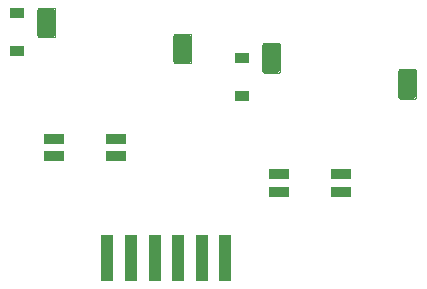
<source format=gbp>
G04 EAGLE Gerber RS-274X export*
G75*
%MOMM*%
%FSLAX34Y34*%
%LPD*%
%INSolderpaste Bottom*%
%IPPOS*%
%AMOC8*
5,1,8,0,0,1.08239X$1,22.5*%
G01*
G04 Define Apertures*
%ADD10R,1.220000X0.910000*%
%ADD11R,1.800000X0.820000*%
%ADD12C,0.120000*%
%ADD13R,1.000000X4.000000*%
G36*
X-120250Y69500D02*
X-120250Y48500D01*
X-122250Y46500D01*
X-133400Y46500D01*
X-135400Y48500D01*
X-135400Y69500D01*
X-133400Y71500D01*
X-122250Y71500D01*
X-120250Y69500D01*
G37*
G36*
X-5100Y47500D02*
X-5100Y26500D01*
X-7100Y24500D01*
X-18250Y24500D01*
X-20250Y26500D01*
X-20250Y47500D01*
X-18250Y49500D01*
X-7100Y49500D01*
X-5100Y47500D01*
G37*
G36*
X70250Y39500D02*
X70250Y18500D01*
X68250Y16500D01*
X57100Y16500D01*
X55100Y18500D01*
X55100Y39500D01*
X57100Y41500D01*
X68250Y41500D01*
X70250Y39500D01*
G37*
G36*
X185400Y17500D02*
X185400Y-3500D01*
X183400Y-5500D01*
X172250Y-5500D01*
X170250Y-3500D01*
X170250Y17500D01*
X172250Y19500D01*
X183400Y19500D01*
X185400Y17500D01*
G37*
D10*
X-152400Y34450D03*
X-152400Y67150D03*
X38100Y-3650D03*
X38100Y29050D03*
D11*
X-121250Y-54500D03*
X-121250Y-39500D03*
X-69250Y-39500D03*
X-69250Y-54500D03*
X69250Y-84500D03*
X69250Y-69500D03*
X121250Y-69500D03*
X121250Y-84500D03*
D12*
X-5100Y26500D02*
X-5100Y47500D01*
X-7100Y49500D02*
X-18250Y49500D01*
X-18250Y24500D02*
X-7100Y24500D01*
X-20250Y26500D02*
X-20250Y47500D01*
X-120250Y48500D02*
X-120250Y69500D01*
X-122250Y46500D02*
X-133400Y46500D01*
X-133400Y71500D02*
X-122250Y71500D01*
X-135400Y69500D02*
X-135400Y48500D01*
X-7100Y24500D02*
X-7013Y24502D01*
X-6926Y24508D01*
X-6839Y24517D01*
X-6753Y24530D01*
X-6667Y24547D01*
X-6582Y24568D01*
X-6499Y24593D01*
X-6416Y24621D01*
X-6335Y24652D01*
X-6255Y24687D01*
X-6176Y24726D01*
X-6100Y24768D01*
X-6025Y24813D01*
X-5953Y24862D01*
X-5882Y24913D01*
X-5814Y24968D01*
X-5749Y25025D01*
X-5686Y25086D01*
X-5625Y25149D01*
X-5568Y25214D01*
X-5513Y25282D01*
X-5462Y25353D01*
X-5413Y25425D01*
X-5368Y25500D01*
X-5326Y25576D01*
X-5287Y25655D01*
X-5252Y25735D01*
X-5221Y25816D01*
X-5193Y25899D01*
X-5168Y25982D01*
X-5147Y26067D01*
X-5130Y26153D01*
X-5117Y26239D01*
X-5108Y26326D01*
X-5102Y26413D01*
X-5100Y26500D01*
X-5100Y47500D02*
X-5102Y47587D01*
X-5108Y47674D01*
X-5117Y47761D01*
X-5130Y47847D01*
X-5147Y47933D01*
X-5168Y48018D01*
X-5193Y48101D01*
X-5221Y48184D01*
X-5252Y48265D01*
X-5287Y48345D01*
X-5326Y48424D01*
X-5368Y48500D01*
X-5413Y48575D01*
X-5462Y48647D01*
X-5513Y48718D01*
X-5568Y48786D01*
X-5625Y48851D01*
X-5686Y48914D01*
X-5749Y48975D01*
X-5814Y49032D01*
X-5882Y49087D01*
X-5953Y49138D01*
X-6025Y49187D01*
X-6100Y49232D01*
X-6176Y49274D01*
X-6255Y49313D01*
X-6335Y49348D01*
X-6416Y49379D01*
X-6499Y49407D01*
X-6582Y49432D01*
X-6667Y49453D01*
X-6753Y49470D01*
X-6839Y49483D01*
X-6926Y49492D01*
X-7013Y49498D01*
X-7100Y49500D01*
X-20250Y26500D02*
X-20248Y26413D01*
X-20242Y26326D01*
X-20233Y26239D01*
X-20220Y26153D01*
X-20203Y26067D01*
X-20182Y25982D01*
X-20157Y25899D01*
X-20129Y25816D01*
X-20098Y25735D01*
X-20063Y25655D01*
X-20024Y25576D01*
X-19982Y25500D01*
X-19937Y25425D01*
X-19888Y25353D01*
X-19837Y25282D01*
X-19782Y25214D01*
X-19725Y25149D01*
X-19664Y25086D01*
X-19601Y25025D01*
X-19536Y24968D01*
X-19468Y24913D01*
X-19397Y24862D01*
X-19325Y24813D01*
X-19250Y24768D01*
X-19174Y24726D01*
X-19095Y24687D01*
X-19015Y24652D01*
X-18934Y24621D01*
X-18851Y24593D01*
X-18768Y24568D01*
X-18683Y24547D01*
X-18597Y24530D01*
X-18511Y24517D01*
X-18424Y24508D01*
X-18337Y24502D01*
X-18250Y24500D01*
X-20250Y47500D02*
X-20248Y47587D01*
X-20242Y47674D01*
X-20233Y47761D01*
X-20220Y47847D01*
X-20203Y47933D01*
X-20182Y48018D01*
X-20157Y48101D01*
X-20129Y48184D01*
X-20098Y48265D01*
X-20063Y48345D01*
X-20024Y48424D01*
X-19982Y48500D01*
X-19937Y48575D01*
X-19888Y48647D01*
X-19837Y48718D01*
X-19782Y48786D01*
X-19725Y48851D01*
X-19664Y48914D01*
X-19601Y48975D01*
X-19536Y49032D01*
X-19468Y49087D01*
X-19397Y49138D01*
X-19325Y49187D01*
X-19250Y49232D01*
X-19174Y49274D01*
X-19095Y49313D01*
X-19015Y49348D01*
X-18934Y49379D01*
X-18851Y49407D01*
X-18768Y49432D01*
X-18683Y49453D01*
X-18597Y49470D01*
X-18511Y49483D01*
X-18424Y49492D01*
X-18337Y49498D01*
X-18250Y49500D01*
X-120250Y48500D02*
X-120252Y48413D01*
X-120258Y48326D01*
X-120267Y48239D01*
X-120280Y48153D01*
X-120297Y48067D01*
X-120318Y47982D01*
X-120343Y47899D01*
X-120371Y47816D01*
X-120402Y47735D01*
X-120437Y47655D01*
X-120476Y47576D01*
X-120518Y47500D01*
X-120563Y47425D01*
X-120612Y47353D01*
X-120663Y47282D01*
X-120718Y47214D01*
X-120775Y47149D01*
X-120836Y47086D01*
X-120899Y47025D01*
X-120964Y46968D01*
X-121032Y46913D01*
X-121103Y46862D01*
X-121175Y46813D01*
X-121250Y46768D01*
X-121326Y46726D01*
X-121405Y46687D01*
X-121485Y46652D01*
X-121566Y46621D01*
X-121649Y46593D01*
X-121732Y46568D01*
X-121817Y46547D01*
X-121903Y46530D01*
X-121989Y46517D01*
X-122076Y46508D01*
X-122163Y46502D01*
X-122250Y46500D01*
X-120250Y69500D02*
X-120252Y69587D01*
X-120258Y69674D01*
X-120267Y69761D01*
X-120280Y69847D01*
X-120297Y69933D01*
X-120318Y70018D01*
X-120343Y70101D01*
X-120371Y70184D01*
X-120402Y70265D01*
X-120437Y70345D01*
X-120476Y70424D01*
X-120518Y70500D01*
X-120563Y70575D01*
X-120612Y70647D01*
X-120663Y70718D01*
X-120718Y70786D01*
X-120775Y70851D01*
X-120836Y70914D01*
X-120899Y70975D01*
X-120964Y71032D01*
X-121032Y71087D01*
X-121103Y71138D01*
X-121175Y71187D01*
X-121250Y71232D01*
X-121326Y71274D01*
X-121405Y71313D01*
X-121485Y71348D01*
X-121566Y71379D01*
X-121649Y71407D01*
X-121732Y71432D01*
X-121817Y71453D01*
X-121903Y71470D01*
X-121989Y71483D01*
X-122076Y71492D01*
X-122163Y71498D01*
X-122250Y71500D01*
X-135400Y48500D02*
X-135398Y48413D01*
X-135392Y48326D01*
X-135383Y48239D01*
X-135370Y48153D01*
X-135353Y48067D01*
X-135332Y47982D01*
X-135307Y47899D01*
X-135279Y47816D01*
X-135248Y47735D01*
X-135213Y47655D01*
X-135174Y47576D01*
X-135132Y47500D01*
X-135087Y47425D01*
X-135038Y47353D01*
X-134987Y47282D01*
X-134932Y47214D01*
X-134875Y47149D01*
X-134814Y47086D01*
X-134751Y47025D01*
X-134686Y46968D01*
X-134618Y46913D01*
X-134547Y46862D01*
X-134475Y46813D01*
X-134400Y46768D01*
X-134324Y46726D01*
X-134245Y46687D01*
X-134165Y46652D01*
X-134084Y46621D01*
X-134001Y46593D01*
X-133918Y46568D01*
X-133833Y46547D01*
X-133747Y46530D01*
X-133661Y46517D01*
X-133574Y46508D01*
X-133487Y46502D01*
X-133400Y46500D01*
X-135400Y69500D02*
X-135398Y69587D01*
X-135392Y69674D01*
X-135383Y69761D01*
X-135370Y69847D01*
X-135353Y69933D01*
X-135332Y70018D01*
X-135307Y70101D01*
X-135279Y70184D01*
X-135248Y70265D01*
X-135213Y70345D01*
X-135174Y70424D01*
X-135132Y70500D01*
X-135087Y70575D01*
X-135038Y70647D01*
X-134987Y70718D01*
X-134932Y70786D01*
X-134875Y70851D01*
X-134814Y70914D01*
X-134751Y70975D01*
X-134686Y71032D01*
X-134618Y71087D01*
X-134547Y71138D01*
X-134475Y71187D01*
X-134400Y71232D01*
X-134324Y71274D01*
X-134245Y71313D01*
X-134165Y71348D01*
X-134084Y71379D01*
X-134001Y71407D01*
X-133918Y71432D01*
X-133833Y71453D01*
X-133747Y71470D01*
X-133661Y71483D01*
X-133574Y71492D01*
X-133487Y71498D01*
X-133400Y71500D01*
X185400Y17500D02*
X185400Y-3500D01*
X183400Y19500D02*
X172250Y19500D01*
X172250Y-5500D02*
X183400Y-5500D01*
X170250Y-3500D02*
X170250Y17500D01*
X70250Y18500D02*
X70250Y39500D01*
X68250Y16500D02*
X57100Y16500D01*
X57100Y41500D02*
X68250Y41500D01*
X55100Y39500D02*
X55100Y18500D01*
X183400Y-5500D02*
X183487Y-5498D01*
X183574Y-5492D01*
X183661Y-5483D01*
X183747Y-5470D01*
X183833Y-5453D01*
X183918Y-5432D01*
X184001Y-5407D01*
X184084Y-5379D01*
X184165Y-5348D01*
X184245Y-5313D01*
X184324Y-5274D01*
X184400Y-5232D01*
X184475Y-5187D01*
X184547Y-5138D01*
X184618Y-5087D01*
X184686Y-5032D01*
X184751Y-4975D01*
X184814Y-4914D01*
X184875Y-4851D01*
X184932Y-4786D01*
X184987Y-4718D01*
X185038Y-4647D01*
X185087Y-4575D01*
X185132Y-4500D01*
X185174Y-4424D01*
X185213Y-4345D01*
X185248Y-4265D01*
X185279Y-4184D01*
X185307Y-4101D01*
X185332Y-4018D01*
X185353Y-3933D01*
X185370Y-3847D01*
X185383Y-3761D01*
X185392Y-3674D01*
X185398Y-3587D01*
X185400Y-3500D01*
X185400Y17500D02*
X185398Y17587D01*
X185392Y17674D01*
X185383Y17761D01*
X185370Y17847D01*
X185353Y17933D01*
X185332Y18018D01*
X185307Y18101D01*
X185279Y18184D01*
X185248Y18265D01*
X185213Y18345D01*
X185174Y18424D01*
X185132Y18500D01*
X185087Y18575D01*
X185038Y18647D01*
X184987Y18718D01*
X184932Y18786D01*
X184875Y18851D01*
X184814Y18914D01*
X184751Y18975D01*
X184686Y19032D01*
X184618Y19087D01*
X184547Y19138D01*
X184475Y19187D01*
X184400Y19232D01*
X184324Y19274D01*
X184245Y19313D01*
X184165Y19348D01*
X184084Y19379D01*
X184001Y19407D01*
X183918Y19432D01*
X183833Y19453D01*
X183747Y19470D01*
X183661Y19483D01*
X183574Y19492D01*
X183487Y19498D01*
X183400Y19500D01*
X170250Y-3500D02*
X170252Y-3587D01*
X170258Y-3674D01*
X170267Y-3761D01*
X170280Y-3847D01*
X170297Y-3933D01*
X170318Y-4018D01*
X170343Y-4101D01*
X170371Y-4184D01*
X170402Y-4265D01*
X170437Y-4345D01*
X170476Y-4424D01*
X170518Y-4500D01*
X170563Y-4575D01*
X170612Y-4647D01*
X170663Y-4718D01*
X170718Y-4786D01*
X170775Y-4851D01*
X170836Y-4914D01*
X170899Y-4975D01*
X170964Y-5032D01*
X171032Y-5087D01*
X171103Y-5138D01*
X171175Y-5187D01*
X171250Y-5232D01*
X171326Y-5274D01*
X171405Y-5313D01*
X171485Y-5348D01*
X171566Y-5379D01*
X171649Y-5407D01*
X171732Y-5432D01*
X171817Y-5453D01*
X171903Y-5470D01*
X171989Y-5483D01*
X172076Y-5492D01*
X172163Y-5498D01*
X172250Y-5500D01*
X170250Y17500D02*
X170252Y17587D01*
X170258Y17674D01*
X170267Y17761D01*
X170280Y17847D01*
X170297Y17933D01*
X170318Y18018D01*
X170343Y18101D01*
X170371Y18184D01*
X170402Y18265D01*
X170437Y18345D01*
X170476Y18424D01*
X170518Y18500D01*
X170563Y18575D01*
X170612Y18647D01*
X170663Y18718D01*
X170718Y18786D01*
X170775Y18851D01*
X170836Y18914D01*
X170899Y18975D01*
X170964Y19032D01*
X171032Y19087D01*
X171103Y19138D01*
X171175Y19187D01*
X171250Y19232D01*
X171326Y19274D01*
X171405Y19313D01*
X171485Y19348D01*
X171566Y19379D01*
X171649Y19407D01*
X171732Y19432D01*
X171817Y19453D01*
X171903Y19470D01*
X171989Y19483D01*
X172076Y19492D01*
X172163Y19498D01*
X172250Y19500D01*
X70250Y18500D02*
X70248Y18413D01*
X70242Y18326D01*
X70233Y18239D01*
X70220Y18153D01*
X70203Y18067D01*
X70182Y17982D01*
X70157Y17899D01*
X70129Y17816D01*
X70098Y17735D01*
X70063Y17655D01*
X70024Y17576D01*
X69982Y17500D01*
X69937Y17425D01*
X69888Y17353D01*
X69837Y17282D01*
X69782Y17214D01*
X69725Y17149D01*
X69664Y17086D01*
X69601Y17025D01*
X69536Y16968D01*
X69468Y16913D01*
X69397Y16862D01*
X69325Y16813D01*
X69250Y16768D01*
X69174Y16726D01*
X69095Y16687D01*
X69015Y16652D01*
X68934Y16621D01*
X68851Y16593D01*
X68768Y16568D01*
X68683Y16547D01*
X68597Y16530D01*
X68511Y16517D01*
X68424Y16508D01*
X68337Y16502D01*
X68250Y16500D01*
X70250Y39500D02*
X70248Y39587D01*
X70242Y39674D01*
X70233Y39761D01*
X70220Y39847D01*
X70203Y39933D01*
X70182Y40018D01*
X70157Y40101D01*
X70129Y40184D01*
X70098Y40265D01*
X70063Y40345D01*
X70024Y40424D01*
X69982Y40500D01*
X69937Y40575D01*
X69888Y40647D01*
X69837Y40718D01*
X69782Y40786D01*
X69725Y40851D01*
X69664Y40914D01*
X69601Y40975D01*
X69536Y41032D01*
X69468Y41087D01*
X69397Y41138D01*
X69325Y41187D01*
X69250Y41232D01*
X69174Y41274D01*
X69095Y41313D01*
X69015Y41348D01*
X68934Y41379D01*
X68851Y41407D01*
X68768Y41432D01*
X68683Y41453D01*
X68597Y41470D01*
X68511Y41483D01*
X68424Y41492D01*
X68337Y41498D01*
X68250Y41500D01*
X55100Y18500D02*
X55102Y18413D01*
X55108Y18326D01*
X55117Y18239D01*
X55130Y18153D01*
X55147Y18067D01*
X55168Y17982D01*
X55193Y17899D01*
X55221Y17816D01*
X55252Y17735D01*
X55287Y17655D01*
X55326Y17576D01*
X55368Y17500D01*
X55413Y17425D01*
X55462Y17353D01*
X55513Y17282D01*
X55568Y17214D01*
X55625Y17149D01*
X55686Y17086D01*
X55749Y17025D01*
X55814Y16968D01*
X55882Y16913D01*
X55953Y16862D01*
X56025Y16813D01*
X56100Y16768D01*
X56176Y16726D01*
X56255Y16687D01*
X56335Y16652D01*
X56416Y16621D01*
X56499Y16593D01*
X56582Y16568D01*
X56667Y16547D01*
X56753Y16530D01*
X56839Y16517D01*
X56926Y16508D01*
X57013Y16502D01*
X57100Y16500D01*
X55100Y39500D02*
X55102Y39587D01*
X55108Y39674D01*
X55117Y39761D01*
X55130Y39847D01*
X55147Y39933D01*
X55168Y40018D01*
X55193Y40101D01*
X55221Y40184D01*
X55252Y40265D01*
X55287Y40345D01*
X55326Y40424D01*
X55368Y40500D01*
X55413Y40575D01*
X55462Y40647D01*
X55513Y40718D01*
X55568Y40786D01*
X55625Y40851D01*
X55686Y40914D01*
X55749Y40975D01*
X55814Y41032D01*
X55882Y41087D01*
X55953Y41138D01*
X56025Y41187D01*
X56100Y41232D01*
X56176Y41274D01*
X56255Y41313D01*
X56335Y41348D01*
X56416Y41379D01*
X56499Y41407D01*
X56582Y41432D01*
X56667Y41453D01*
X56753Y41470D01*
X56839Y41483D01*
X56926Y41492D01*
X57013Y41498D01*
X57100Y41500D01*
D13*
X-76200Y-140900D03*
X-56200Y-140900D03*
X-36200Y-140900D03*
X-16200Y-140900D03*
X3800Y-140900D03*
X23800Y-140900D03*
M02*

</source>
